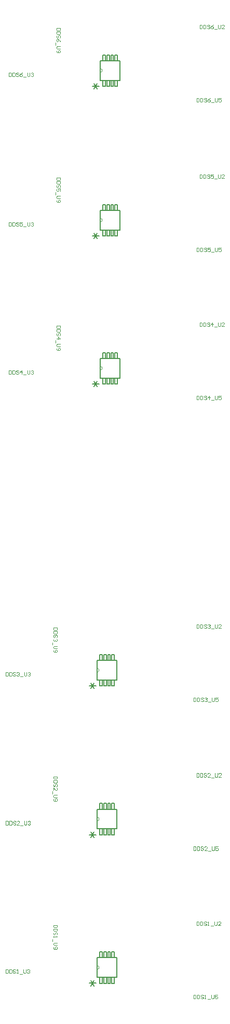
<source format=gm1>
G04 Layer_Color=16711935*
%FSLAX43Y43*%
%MOMM*%
G71*
G01*
G75*
%ADD62C,0.000*%
%ADD65C,0.152*%
%ADD67C,0.198*%
%ADD98C,0.100*%
D62*
X55677Y188987D02*
G03*
X55677Y189597I0J305D01*
G01*
X55169Y42810D02*
G03*
X55169Y43420I0J305D01*
G01*
X55169Y67005D02*
G03*
X55169Y67615I0J305D01*
G01*
Y91262D02*
G03*
X55169Y91872I0J305D01*
G01*
X55677Y140473D02*
G03*
X55677Y141083I0J305D01*
G01*
Y164603D02*
G03*
X55677Y165213I0J305D01*
G01*
D65*
Y187692D02*
X58877D01*
X55677D02*
Y188987D01*
Y189597D01*
Y190892D01*
X58877D01*
Y187692D02*
Y190892D01*
X56109D02*
Y191857D01*
X56490D01*
Y190892D02*
Y191857D01*
X56109Y190892D02*
X56490D01*
X56769D02*
Y191857D01*
X57150D01*
Y190892D02*
Y191857D01*
X56769Y190892D02*
X57150D01*
X57404D02*
Y191857D01*
X57785D01*
Y190892D02*
Y191857D01*
X57404Y190892D02*
X57785D01*
X58064D02*
Y191857D01*
X58445D01*
Y190892D02*
Y191857D01*
X58064Y190892D02*
X58445D01*
Y186727D02*
Y187692D01*
X58064Y186727D02*
X58445D01*
X58064D02*
Y187692D01*
X58445D01*
X57785Y186727D02*
Y187692D01*
X57404Y186727D02*
X57785D01*
X57404D02*
Y187692D01*
X57785D01*
X57150Y186727D02*
Y187692D01*
X56769Y186727D02*
X57150D01*
X56769D02*
Y187692D01*
X57150D01*
X56490Y186727D02*
Y187692D01*
X56109Y186727D02*
X56490D01*
X56109D02*
Y187692D01*
X56490D01*
X55169Y41515D02*
X58369D01*
X55169D02*
Y42810D01*
Y43420D01*
Y44715D01*
X58369D01*
Y41515D02*
Y44715D01*
X55601D02*
Y45680D01*
X55982D01*
Y44715D02*
Y45680D01*
X55601Y44715D02*
X55982D01*
X56261D02*
Y45680D01*
X56642D01*
Y44715D02*
Y45680D01*
X56261Y44715D02*
X56642D01*
X56896D02*
Y45680D01*
X57277D01*
Y44715D02*
Y45680D01*
X56896Y44715D02*
X57277D01*
X57556D02*
Y45680D01*
X57937D01*
Y44715D02*
Y45680D01*
X57556Y44715D02*
X57937D01*
Y40550D02*
Y41515D01*
X57556Y40550D02*
X57937D01*
X57556D02*
Y41515D01*
X57937D01*
X57277Y40550D02*
Y41515D01*
X56896Y40550D02*
X57277D01*
X56896D02*
Y41515D01*
X57277D01*
X56642Y40550D02*
Y41515D01*
X56261Y40550D02*
X56642D01*
X56261D02*
Y41515D01*
X56642D01*
X55982Y40550D02*
Y41515D01*
X55601Y40550D02*
X55982D01*
X55601D02*
Y41515D01*
X55982D01*
X55169Y65710D02*
X58369D01*
X55169D02*
Y67005D01*
Y67615D01*
Y68910D01*
X58369D01*
Y65710D02*
Y68910D01*
X55601D02*
Y69875D01*
X55982D01*
Y68910D02*
Y69875D01*
X55601Y68910D02*
X55982D01*
X56261D02*
Y69875D01*
X56642D01*
Y68910D02*
Y69875D01*
X56261Y68910D02*
X56642D01*
X56896D02*
Y69875D01*
X57277D01*
Y68910D02*
Y69875D01*
X56896Y68910D02*
X57277D01*
X57556D02*
Y69875D01*
X57937D01*
Y68910D02*
Y69875D01*
X57556Y68910D02*
X57937D01*
Y64745D02*
Y65710D01*
X57556Y64745D02*
X57937D01*
X57556D02*
Y65710D01*
X57937D01*
X57277Y64745D02*
Y65710D01*
X56896Y64745D02*
X57277D01*
X56896D02*
Y65710D01*
X57277D01*
X56642Y64745D02*
Y65710D01*
X56261Y64745D02*
X56642D01*
X56261D02*
Y65710D01*
X56642D01*
X55982Y64745D02*
Y65710D01*
X55601Y64745D02*
X55982D01*
X55601D02*
Y65710D01*
X55982D01*
X55169Y89967D02*
X58369D01*
X55169D02*
Y91262D01*
Y91872D01*
Y93167D01*
X58369D01*
Y89967D02*
Y93167D01*
X55601D02*
Y94132D01*
X55982D01*
Y93167D02*
Y94132D01*
X55601Y93167D02*
X55982D01*
X56261D02*
Y94132D01*
X56642D01*
Y93167D02*
Y94132D01*
X56261Y93167D02*
X56642D01*
X56896D02*
Y94132D01*
X57277D01*
Y93167D02*
Y94132D01*
X56896Y93167D02*
X57277D01*
X57556D02*
Y94132D01*
X57937D01*
Y93167D02*
Y94132D01*
X57556Y93167D02*
X57937D01*
Y89002D02*
Y89967D01*
X57556Y89002D02*
X57937D01*
X57556D02*
Y89967D01*
X57937D01*
X57277Y89002D02*
Y89967D01*
X56896Y89002D02*
X57277D01*
X56896D02*
Y89967D01*
X57277D01*
X56642Y89002D02*
Y89967D01*
X56261Y89002D02*
X56642D01*
X56261D02*
Y89967D01*
X56642D01*
X55982Y89002D02*
Y89967D01*
X55601Y89002D02*
X55982D01*
X55601D02*
Y89967D01*
X55982D01*
X55677Y139178D02*
X58877D01*
X55677D02*
Y140473D01*
Y141083D01*
Y142378D01*
X58877D01*
Y139178D02*
Y142378D01*
X56109D02*
Y143343D01*
X56490D01*
Y142378D02*
Y143343D01*
X56109Y142378D02*
X56490D01*
X56769D02*
Y143343D01*
X57150D01*
Y142378D02*
Y143343D01*
X56769Y142378D02*
X57150D01*
X57404D02*
Y143343D01*
X57785D01*
Y142378D02*
Y143343D01*
X57404Y142378D02*
X57785D01*
X58064D02*
Y143343D01*
X58445D01*
Y142378D02*
Y143343D01*
X58064Y142378D02*
X58445D01*
Y138213D02*
Y139178D01*
X58064Y138213D02*
X58445D01*
X58064D02*
Y139178D01*
X58445D01*
X57785Y138213D02*
Y139178D01*
X57404Y138213D02*
X57785D01*
X57404D02*
Y139178D01*
X57785D01*
X57150Y138213D02*
Y139178D01*
X56769Y138213D02*
X57150D01*
X56769D02*
Y139178D01*
X57150D01*
X56490Y138213D02*
Y139178D01*
X56109Y138213D02*
X56490D01*
X56109D02*
Y139178D01*
X56490D01*
X55677Y163308D02*
X58877D01*
X55677D02*
Y164603D01*
Y165213D01*
Y166508D01*
X58877D01*
Y163308D02*
Y166508D01*
X56109D02*
Y167473D01*
X56490D01*
Y166508D02*
Y167473D01*
X56109Y166508D02*
X56490D01*
X56769D02*
Y167473D01*
X57150D01*
Y166508D02*
Y167473D01*
X56769Y166508D02*
X57150D01*
X57404D02*
Y167473D01*
X57785D01*
Y166508D02*
Y167473D01*
X57404Y166508D02*
X57785D01*
X58064D02*
Y167473D01*
X58445D01*
Y166508D02*
Y167473D01*
X58064Y166508D02*
X58445D01*
Y162343D02*
Y163308D01*
X58064Y162343D02*
X58445D01*
X58064D02*
Y163308D01*
X58445D01*
X57785Y162343D02*
Y163308D01*
X57404Y162343D02*
X57785D01*
X57404D02*
Y163308D01*
X57785D01*
X57150Y162343D02*
Y163308D01*
X56769Y162343D02*
X57150D01*
X56769D02*
Y163308D01*
X57150D01*
X56490Y162343D02*
Y163308D01*
X56109Y162343D02*
X56490D01*
X56109D02*
Y163308D01*
X56490D01*
D67*
X54381Y186737D02*
X55452D01*
X54648Y186291D02*
X55184Y187183D01*
X54648D02*
X55184Y186291D01*
X53873Y40560D02*
X54944D01*
X54140Y40114D02*
X54676Y41006D01*
X54140D02*
X54676Y40114D01*
X53873Y64755D02*
X54944D01*
X54140Y64309D02*
X54676Y65201D01*
X54140D02*
X54676Y64309D01*
X53873Y89012D02*
X54944D01*
X54140Y88566D02*
X54676Y89458D01*
X54140D02*
X54676Y88566D01*
X54381Y138223D02*
X55452D01*
X54648Y137777D02*
X55184Y138669D01*
X54648D02*
X55184Y137777D01*
X54381Y162353D02*
X55452D01*
X54648Y161907D02*
X55184Y162799D01*
X54648D02*
X55184Y161907D01*
D98*
X71374Y184812D02*
Y184212D01*
X71674D01*
X71774Y184312D01*
Y184712D01*
X71674Y184812D01*
X71374D01*
X71974D02*
Y184212D01*
X72274D01*
X72374Y184312D01*
Y184712D01*
X72274Y184812D01*
X71974D01*
X72973Y184712D02*
X72874Y184812D01*
X72674D01*
X72574Y184712D01*
Y184612D01*
X72674Y184512D01*
X72874D01*
X72973Y184412D01*
Y184312D01*
X72874Y184212D01*
X72674D01*
X72574Y184312D01*
X73573Y184812D02*
X73373Y184712D01*
X73173Y184512D01*
Y184312D01*
X73273Y184212D01*
X73473D01*
X73573Y184312D01*
Y184412D01*
X73473Y184512D01*
X73173D01*
X73773Y184112D02*
X74173D01*
X74373Y184812D02*
Y184312D01*
X74473Y184212D01*
X74673D01*
X74773Y184312D01*
Y184812D01*
X75373D02*
X74973D01*
Y184512D01*
X75173Y184612D01*
X75273D01*
X75373Y184512D01*
Y184312D01*
X75273Y184212D01*
X75073D01*
X74973Y184312D01*
X40767Y188957D02*
Y188357D01*
X41067D01*
X41167Y188457D01*
Y188857D01*
X41067Y188957D01*
X40767D01*
X41367D02*
Y188357D01*
X41667D01*
X41767Y188457D01*
Y188857D01*
X41667Y188957D01*
X41367D01*
X42366Y188857D02*
X42267Y188957D01*
X42067D01*
X41967Y188857D01*
Y188757D01*
X42067Y188657D01*
X42267D01*
X42366Y188557D01*
Y188457D01*
X42267Y188357D01*
X42067D01*
X41967Y188457D01*
X42966Y188957D02*
X42766Y188857D01*
X42566Y188657D01*
Y188457D01*
X42666Y188357D01*
X42866D01*
X42966Y188457D01*
Y188557D01*
X42866Y188657D01*
X42566D01*
X43166Y188257D02*
X43566D01*
X43766Y188957D02*
Y188457D01*
X43866Y188357D01*
X44066D01*
X44166Y188457D01*
Y188957D01*
X44366Y188857D02*
X44466Y188957D01*
X44666D01*
X44766Y188857D01*
Y188757D01*
X44666Y188657D01*
X44566D01*
X44666D01*
X44766Y188557D01*
Y188457D01*
X44666Y188357D01*
X44466D01*
X44366Y188457D01*
X71882Y196750D02*
Y196150D01*
X72182D01*
X72282Y196250D01*
Y196650D01*
X72182Y196750D01*
X71882D01*
X72482D02*
Y196150D01*
X72782D01*
X72882Y196250D01*
Y196650D01*
X72782Y196750D01*
X72482D01*
X73481Y196650D02*
X73382Y196750D01*
X73182D01*
X73082Y196650D01*
Y196550D01*
X73182Y196450D01*
X73382D01*
X73481Y196350D01*
Y196250D01*
X73382Y196150D01*
X73182D01*
X73082Y196250D01*
X74081Y196750D02*
X73881Y196650D01*
X73681Y196450D01*
Y196250D01*
X73781Y196150D01*
X73981D01*
X74081Y196250D01*
Y196350D01*
X73981Y196450D01*
X73681D01*
X74281Y196050D02*
X74681D01*
X74881Y196750D02*
Y196250D01*
X74981Y196150D01*
X75181D01*
X75281Y196250D01*
Y196750D01*
X75881Y196150D02*
X75481D01*
X75881Y196550D01*
Y196650D01*
X75781Y196750D01*
X75581D01*
X75481Y196650D01*
X70866Y38635D02*
Y38035D01*
X71166D01*
X71266Y38135D01*
Y38535D01*
X71166Y38635D01*
X70866D01*
X71466D02*
Y38035D01*
X71766D01*
X71866Y38135D01*
Y38535D01*
X71766Y38635D01*
X71466D01*
X72465Y38535D02*
X72366Y38635D01*
X72166D01*
X72066Y38535D01*
Y38435D01*
X72166Y38335D01*
X72366D01*
X72465Y38235D01*
Y38135D01*
X72366Y38035D01*
X72166D01*
X72066Y38135D01*
X72665Y38035D02*
X72865D01*
X72765D01*
Y38635D01*
X72665Y38535D01*
X73165Y37935D02*
X73565D01*
X73765Y38635D02*
Y38135D01*
X73865Y38035D01*
X74065D01*
X74165Y38135D01*
Y38635D01*
X74765D02*
X74365D01*
Y38335D01*
X74565Y38435D01*
X74665D01*
X74765Y38335D01*
Y38135D01*
X74665Y38035D01*
X74465D01*
X74365Y38135D01*
X40259Y42780D02*
Y42180D01*
X40559D01*
X40659Y42280D01*
Y42680D01*
X40559Y42780D01*
X40259D01*
X40859D02*
Y42180D01*
X41159D01*
X41259Y42280D01*
Y42680D01*
X41159Y42780D01*
X40859D01*
X41858Y42680D02*
X41759Y42780D01*
X41559D01*
X41459Y42680D01*
Y42580D01*
X41559Y42480D01*
X41759D01*
X41858Y42380D01*
Y42280D01*
X41759Y42180D01*
X41559D01*
X41459Y42280D01*
X42058Y42180D02*
X42258D01*
X42158D01*
Y42780D01*
X42058Y42680D01*
X42558Y42080D02*
X42958D01*
X43158Y42780D02*
Y42280D01*
X43258Y42180D01*
X43458D01*
X43558Y42280D01*
Y42780D01*
X43758Y42680D02*
X43858Y42780D01*
X44058D01*
X44158Y42680D01*
Y42580D01*
X44058Y42480D01*
X43958D01*
X44058D01*
X44158Y42380D01*
Y42280D01*
X44058Y42180D01*
X43858D01*
X43758Y42280D01*
X71374Y50573D02*
Y49973D01*
X71674D01*
X71774Y50073D01*
Y50473D01*
X71674Y50573D01*
X71374D01*
X71974D02*
Y49973D01*
X72274D01*
X72374Y50073D01*
Y50473D01*
X72274Y50573D01*
X71974D01*
X72973Y50473D02*
X72874Y50573D01*
X72674D01*
X72574Y50473D01*
Y50373D01*
X72674Y50273D01*
X72874D01*
X72973Y50173D01*
Y50073D01*
X72874Y49973D01*
X72674D01*
X72574Y50073D01*
X73173Y49973D02*
X73373D01*
X73273D01*
Y50573D01*
X73173Y50473D01*
X73673Y49873D02*
X74073D01*
X74273Y50573D02*
Y50073D01*
X74373Y49973D01*
X74573D01*
X74673Y50073D01*
Y50573D01*
X75273Y49973D02*
X74873D01*
X75273Y50373D01*
Y50473D01*
X75173Y50573D01*
X74973D01*
X74873Y50473D01*
X70866Y62830D02*
Y62230D01*
X71166D01*
X71266Y62330D01*
Y62730D01*
X71166Y62830D01*
X70866D01*
X71466D02*
Y62230D01*
X71766D01*
X71866Y62330D01*
Y62730D01*
X71766Y62830D01*
X71466D01*
X72465Y62730D02*
X72366Y62830D01*
X72166D01*
X72066Y62730D01*
Y62630D01*
X72166Y62530D01*
X72366D01*
X72465Y62430D01*
Y62330D01*
X72366Y62230D01*
X72166D01*
X72066Y62330D01*
X73065Y62230D02*
X72665D01*
X73065Y62630D01*
Y62730D01*
X72965Y62830D01*
X72765D01*
X72665Y62730D01*
X73265Y62130D02*
X73665D01*
X73865Y62830D02*
Y62330D01*
X73965Y62230D01*
X74165D01*
X74265Y62330D01*
Y62830D01*
X74865D02*
X74465D01*
Y62530D01*
X74665Y62630D01*
X74765D01*
X74865Y62530D01*
Y62330D01*
X74765Y62230D01*
X74565D01*
X74465Y62330D01*
X40259Y66975D02*
Y66375D01*
X40559D01*
X40659Y66475D01*
Y66875D01*
X40559Y66975D01*
X40259D01*
X40859D02*
Y66375D01*
X41159D01*
X41259Y66475D01*
Y66875D01*
X41159Y66975D01*
X40859D01*
X41858Y66875D02*
X41759Y66975D01*
X41559D01*
X41459Y66875D01*
Y66775D01*
X41559Y66675D01*
X41759D01*
X41858Y66575D01*
Y66475D01*
X41759Y66375D01*
X41559D01*
X41459Y66475D01*
X42458Y66375D02*
X42058D01*
X42458Y66775D01*
Y66875D01*
X42358Y66975D01*
X42158D01*
X42058Y66875D01*
X42658Y66275D02*
X43058D01*
X43258Y66975D02*
Y66475D01*
X43358Y66375D01*
X43558D01*
X43658Y66475D01*
Y66975D01*
X43858Y66875D02*
X43958Y66975D01*
X44158D01*
X44258Y66875D01*
Y66775D01*
X44158Y66675D01*
X44058D01*
X44158D01*
X44258Y66575D01*
Y66475D01*
X44158Y66375D01*
X43958D01*
X43858Y66475D01*
X71374Y74768D02*
Y74168D01*
X71674D01*
X71774Y74268D01*
Y74668D01*
X71674Y74768D01*
X71374D01*
X71974D02*
Y74168D01*
X72274D01*
X72374Y74268D01*
Y74668D01*
X72274Y74768D01*
X71974D01*
X72973Y74668D02*
X72874Y74768D01*
X72674D01*
X72574Y74668D01*
Y74568D01*
X72674Y74468D01*
X72874D01*
X72973Y74368D01*
Y74268D01*
X72874Y74168D01*
X72674D01*
X72574Y74268D01*
X73573Y74168D02*
X73173D01*
X73573Y74568D01*
Y74668D01*
X73473Y74768D01*
X73273D01*
X73173Y74668D01*
X73773Y74068D02*
X74173D01*
X74373Y74768D02*
Y74268D01*
X74473Y74168D01*
X74673D01*
X74773Y74268D01*
Y74768D01*
X75373Y74168D02*
X74973D01*
X75373Y74568D01*
Y74668D01*
X75273Y74768D01*
X75073D01*
X74973Y74668D01*
X70866Y87087D02*
Y86487D01*
X71166D01*
X71266Y86587D01*
Y86987D01*
X71166Y87087D01*
X70866D01*
X71466D02*
Y86487D01*
X71766D01*
X71866Y86587D01*
Y86987D01*
X71766Y87087D01*
X71466D01*
X72465Y86987D02*
X72366Y87087D01*
X72166D01*
X72066Y86987D01*
Y86887D01*
X72166Y86787D01*
X72366D01*
X72465Y86687D01*
Y86587D01*
X72366Y86487D01*
X72166D01*
X72066Y86587D01*
X72665Y86987D02*
X72765Y87087D01*
X72965D01*
X73065Y86987D01*
Y86887D01*
X72965Y86787D01*
X72865D01*
X72965D01*
X73065Y86687D01*
Y86587D01*
X72965Y86487D01*
X72765D01*
X72665Y86587D01*
X73265Y86387D02*
X73665D01*
X73865Y87087D02*
Y86587D01*
X73965Y86487D01*
X74165D01*
X74265Y86587D01*
Y87087D01*
X74865D02*
X74465D01*
Y86787D01*
X74665Y86887D01*
X74765D01*
X74865Y86787D01*
Y86587D01*
X74765Y86487D01*
X74565D01*
X74465Y86587D01*
X40259Y91232D02*
Y90632D01*
X40559D01*
X40659Y90732D01*
Y91132D01*
X40559Y91232D01*
X40259D01*
X40859D02*
Y90632D01*
X41159D01*
X41259Y90732D01*
Y91132D01*
X41159Y91232D01*
X40859D01*
X41858Y91132D02*
X41759Y91232D01*
X41559D01*
X41459Y91132D01*
Y91032D01*
X41559Y90932D01*
X41759D01*
X41858Y90832D01*
Y90732D01*
X41759Y90632D01*
X41559D01*
X41459Y90732D01*
X42058Y91132D02*
X42158Y91232D01*
X42358D01*
X42458Y91132D01*
Y91032D01*
X42358Y90932D01*
X42258D01*
X42358D01*
X42458Y90832D01*
Y90732D01*
X42358Y90632D01*
X42158D01*
X42058Y90732D01*
X42658Y90532D02*
X43058D01*
X43258Y91232D02*
Y90732D01*
X43358Y90632D01*
X43558D01*
X43658Y90732D01*
Y91232D01*
X43858Y91132D02*
X43958Y91232D01*
X44158D01*
X44258Y91132D01*
Y91032D01*
X44158Y90932D01*
X44058D01*
X44158D01*
X44258Y90832D01*
Y90732D01*
X44158Y90632D01*
X43958D01*
X43858Y90732D01*
X71374Y99025D02*
Y98425D01*
X71674D01*
X71774Y98525D01*
Y98925D01*
X71674Y99025D01*
X71374D01*
X71974D02*
Y98425D01*
X72274D01*
X72374Y98525D01*
Y98925D01*
X72274Y99025D01*
X71974D01*
X72973Y98925D02*
X72874Y99025D01*
X72674D01*
X72574Y98925D01*
Y98825D01*
X72674Y98725D01*
X72874D01*
X72973Y98625D01*
Y98525D01*
X72874Y98425D01*
X72674D01*
X72574Y98525D01*
X73173Y98925D02*
X73273Y99025D01*
X73473D01*
X73573Y98925D01*
Y98825D01*
X73473Y98725D01*
X73373D01*
X73473D01*
X73573Y98625D01*
Y98525D01*
X73473Y98425D01*
X73273D01*
X73173Y98525D01*
X73773Y98325D02*
X74173D01*
X74373Y99025D02*
Y98525D01*
X74473Y98425D01*
X74673D01*
X74773Y98525D01*
Y99025D01*
X75373Y98425D02*
X74973D01*
X75373Y98825D01*
Y98925D01*
X75273Y99025D01*
X75073D01*
X74973Y98925D01*
X71374Y136298D02*
Y135698D01*
X71674D01*
X71774Y135798D01*
Y136198D01*
X71674Y136298D01*
X71374D01*
X71974D02*
Y135698D01*
X72274D01*
X72374Y135798D01*
Y136198D01*
X72274Y136298D01*
X71974D01*
X72973Y136198D02*
X72874Y136298D01*
X72674D01*
X72574Y136198D01*
Y136098D01*
X72674Y135998D01*
X72874D01*
X72973Y135898D01*
Y135798D01*
X72874Y135698D01*
X72674D01*
X72574Y135798D01*
X73473Y135698D02*
Y136298D01*
X73173Y135998D01*
X73573D01*
X73773Y135598D02*
X74173D01*
X74373Y136298D02*
Y135798D01*
X74473Y135698D01*
X74673D01*
X74773Y135798D01*
Y136298D01*
X75373D02*
X74973D01*
Y135998D01*
X75173Y136098D01*
X75273D01*
X75373Y135998D01*
Y135798D01*
X75273Y135698D01*
X75073D01*
X74973Y135798D01*
X40767Y140443D02*
Y139843D01*
X41067D01*
X41167Y139943D01*
Y140343D01*
X41067Y140443D01*
X40767D01*
X41367D02*
Y139843D01*
X41667D01*
X41767Y139943D01*
Y140343D01*
X41667Y140443D01*
X41367D01*
X42366Y140343D02*
X42267Y140443D01*
X42067D01*
X41967Y140343D01*
Y140243D01*
X42067Y140143D01*
X42267D01*
X42366Y140043D01*
Y139943D01*
X42267Y139843D01*
X42067D01*
X41967Y139943D01*
X42866Y139843D02*
Y140443D01*
X42566Y140143D01*
X42966D01*
X43166Y139743D02*
X43566D01*
X43766Y140443D02*
Y139943D01*
X43866Y139843D01*
X44066D01*
X44166Y139943D01*
Y140443D01*
X44366Y140343D02*
X44466Y140443D01*
X44666D01*
X44766Y140343D01*
Y140243D01*
X44666Y140143D01*
X44566D01*
X44666D01*
X44766Y140043D01*
Y139943D01*
X44666Y139843D01*
X44466D01*
X44366Y139943D01*
X71882Y148236D02*
Y147636D01*
X72182D01*
X72282Y147736D01*
Y148136D01*
X72182Y148236D01*
X71882D01*
X72482D02*
Y147636D01*
X72782D01*
X72882Y147736D01*
Y148136D01*
X72782Y148236D01*
X72482D01*
X73481Y148136D02*
X73382Y148236D01*
X73182D01*
X73082Y148136D01*
Y148036D01*
X73182Y147936D01*
X73382D01*
X73481Y147836D01*
Y147736D01*
X73382Y147636D01*
X73182D01*
X73082Y147736D01*
X73981Y147636D02*
Y148236D01*
X73681Y147936D01*
X74081D01*
X74281Y147536D02*
X74681D01*
X74881Y148236D02*
Y147736D01*
X74981Y147636D01*
X75181D01*
X75281Y147736D01*
Y148236D01*
X75881Y147636D02*
X75481D01*
X75881Y148036D01*
Y148136D01*
X75781Y148236D01*
X75581D01*
X75481Y148136D01*
X71374Y160428D02*
Y159828D01*
X71674D01*
X71774Y159928D01*
Y160328D01*
X71674Y160428D01*
X71374D01*
X71974D02*
Y159828D01*
X72274D01*
X72374Y159928D01*
Y160328D01*
X72274Y160428D01*
X71974D01*
X72973Y160328D02*
X72874Y160428D01*
X72674D01*
X72574Y160328D01*
Y160228D01*
X72674Y160128D01*
X72874D01*
X72973Y160028D01*
Y159928D01*
X72874Y159828D01*
X72674D01*
X72574Y159928D01*
X73573Y160428D02*
X73173D01*
Y160128D01*
X73373Y160228D01*
X73473D01*
X73573Y160128D01*
Y159928D01*
X73473Y159828D01*
X73273D01*
X73173Y159928D01*
X73773Y159728D02*
X74173D01*
X74373Y160428D02*
Y159928D01*
X74473Y159828D01*
X74673D01*
X74773Y159928D01*
Y160428D01*
X75373D02*
X74973D01*
Y160128D01*
X75173Y160228D01*
X75273D01*
X75373Y160128D01*
Y159928D01*
X75273Y159828D01*
X75073D01*
X74973Y159928D01*
X40767Y164573D02*
Y163973D01*
X41067D01*
X41167Y164073D01*
Y164473D01*
X41067Y164573D01*
X40767D01*
X41367D02*
Y163973D01*
X41667D01*
X41767Y164073D01*
Y164473D01*
X41667Y164573D01*
X41367D01*
X42366Y164473D02*
X42267Y164573D01*
X42067D01*
X41967Y164473D01*
Y164373D01*
X42067Y164273D01*
X42267D01*
X42366Y164173D01*
Y164073D01*
X42267Y163973D01*
X42067D01*
X41967Y164073D01*
X42966Y164573D02*
X42566D01*
Y164273D01*
X42766Y164373D01*
X42866D01*
X42966Y164273D01*
Y164073D01*
X42866Y163973D01*
X42666D01*
X42566Y164073D01*
X43166Y163873D02*
X43566D01*
X43766Y164573D02*
Y164073D01*
X43866Y163973D01*
X44066D01*
X44166Y164073D01*
Y164573D01*
X44366Y164473D02*
X44466Y164573D01*
X44666D01*
X44766Y164473D01*
Y164373D01*
X44666Y164273D01*
X44566D01*
X44666D01*
X44766Y164173D01*
Y164073D01*
X44666Y163973D01*
X44466D01*
X44366Y164073D01*
X71882Y172366D02*
Y171766D01*
X72182D01*
X72282Y171866D01*
Y172266D01*
X72182Y172366D01*
X71882D01*
X72482D02*
Y171766D01*
X72782D01*
X72882Y171866D01*
Y172266D01*
X72782Y172366D01*
X72482D01*
X73481Y172266D02*
X73382Y172366D01*
X73182D01*
X73082Y172266D01*
Y172166D01*
X73182Y172066D01*
X73382D01*
X73481Y171966D01*
Y171866D01*
X73382Y171766D01*
X73182D01*
X73082Y171866D01*
X74081Y172366D02*
X73681D01*
Y172066D01*
X73881Y172166D01*
X73981D01*
X74081Y172066D01*
Y171866D01*
X73981Y171766D01*
X73781D01*
X73681Y171866D01*
X74281Y171666D02*
X74681D01*
X74881Y172366D02*
Y171866D01*
X74981Y171766D01*
X75181D01*
X75281Y171866D01*
Y172366D01*
X75881Y171766D02*
X75481D01*
X75881Y172166D01*
Y172266D01*
X75781Y172366D01*
X75581D01*
X75481Y172266D01*
X48606Y74233D02*
X48006D01*
Y73933D01*
X48106Y73833D01*
X48506D01*
X48606Y73933D01*
Y74233D01*
Y73633D02*
X48006D01*
Y73333D01*
X48106Y73233D01*
X48506D01*
X48606Y73333D01*
Y73633D01*
X48506Y72634D02*
X48606Y72733D01*
Y72933D01*
X48506Y73033D01*
X48406D01*
X48306Y72933D01*
Y72733D01*
X48206Y72634D01*
X48106D01*
X48006Y72733D01*
Y72933D01*
X48106Y73033D01*
X48006Y72034D02*
Y72434D01*
X48406Y72034D01*
X48506D01*
X48606Y72134D01*
Y72334D01*
X48506Y72434D01*
X47906Y71834D02*
Y71434D01*
X48606Y71234D02*
X48106D01*
X48006Y71134D01*
Y70934D01*
X48106Y70834D01*
X48606D01*
X48106Y70634D02*
X48006Y70534D01*
Y70334D01*
X48106Y70234D01*
X48506D01*
X48606Y70334D01*
Y70534D01*
X48506Y70634D01*
X48406D01*
X48306Y70534D01*
Y70234D01*
X48606Y98490D02*
X48006D01*
Y98190D01*
X48106Y98090D01*
X48506D01*
X48606Y98190D01*
Y98490D01*
Y97890D02*
X48006D01*
Y97590D01*
X48106Y97490D01*
X48506D01*
X48606Y97590D01*
Y97890D01*
X48506Y96891D02*
X48606Y96990D01*
Y97190D01*
X48506Y97290D01*
X48406D01*
X48306Y97190D01*
Y96990D01*
X48206Y96891D01*
X48106D01*
X48006Y96990D01*
Y97190D01*
X48106Y97290D01*
X48506Y96691D02*
X48606Y96591D01*
Y96391D01*
X48506Y96291D01*
X48406D01*
X48306Y96391D01*
Y96491D01*
Y96391D01*
X48206Y96291D01*
X48106D01*
X48006Y96391D01*
Y96591D01*
X48106Y96691D01*
X47906Y96091D02*
Y95691D01*
X48606Y95491D02*
X48106D01*
X48006Y95391D01*
Y95191D01*
X48106Y95091D01*
X48606D01*
X48106Y94891D02*
X48006Y94791D01*
Y94591D01*
X48106Y94491D01*
X48506D01*
X48606Y94591D01*
Y94791D01*
X48506Y94891D01*
X48406D01*
X48306Y94791D01*
Y94491D01*
X49114Y147701D02*
X48514D01*
Y147401D01*
X48614Y147301D01*
X49014D01*
X49114Y147401D01*
Y147701D01*
Y147101D02*
X48514D01*
Y146801D01*
X48614Y146701D01*
X49014D01*
X49114Y146801D01*
Y147101D01*
X49014Y146102D02*
X49114Y146201D01*
Y146401D01*
X49014Y146501D01*
X48914D01*
X48814Y146401D01*
Y146201D01*
X48714Y146102D01*
X48614D01*
X48514Y146201D01*
Y146401D01*
X48614Y146501D01*
X48514Y145602D02*
X49114D01*
X48814Y145902D01*
Y145502D01*
X48414Y145302D02*
Y144902D01*
X49114Y144702D02*
X48614D01*
X48514Y144602D01*
Y144402D01*
X48614Y144302D01*
X49114D01*
X48614Y144102D02*
X48514Y144002D01*
Y143802D01*
X48614Y143702D01*
X49014D01*
X49114Y143802D01*
Y144002D01*
X49014Y144102D01*
X48914D01*
X48814Y144002D01*
Y143702D01*
X49114Y171831D02*
X48514D01*
Y171531D01*
X48614Y171431D01*
X49014D01*
X49114Y171531D01*
Y171831D01*
Y171231D02*
X48514D01*
Y170931D01*
X48614Y170831D01*
X49014D01*
X49114Y170931D01*
Y171231D01*
X49014Y170232D02*
X49114Y170331D01*
Y170531D01*
X49014Y170631D01*
X48914D01*
X48814Y170531D01*
Y170331D01*
X48714Y170232D01*
X48614D01*
X48514Y170331D01*
Y170531D01*
X48614Y170631D01*
X49114Y169632D02*
Y170032D01*
X48814D01*
X48914Y169832D01*
Y169732D01*
X48814Y169632D01*
X48614D01*
X48514Y169732D01*
Y169932D01*
X48614Y170032D01*
X48414Y169432D02*
Y169032D01*
X49114Y168832D02*
X48614D01*
X48514Y168732D01*
Y168532D01*
X48614Y168432D01*
X49114D01*
X48614Y168232D02*
X48514Y168132D01*
Y167932D01*
X48614Y167832D01*
X49014D01*
X49114Y167932D01*
Y168132D01*
X49014Y168232D01*
X48914D01*
X48814Y168132D01*
Y167832D01*
X49114Y196215D02*
X48514D01*
Y195915D01*
X48614Y195815D01*
X49014D01*
X49114Y195915D01*
Y196215D01*
Y195615D02*
X48514D01*
Y195315D01*
X48614Y195215D01*
X49014D01*
X49114Y195315D01*
Y195615D01*
X49014Y194616D02*
X49114Y194715D01*
Y194915D01*
X49014Y195015D01*
X48914D01*
X48814Y194915D01*
Y194715D01*
X48714Y194616D01*
X48614D01*
X48514Y194715D01*
Y194915D01*
X48614Y195015D01*
X49114Y194016D02*
X49014Y194216D01*
X48814Y194416D01*
X48614D01*
X48514Y194316D01*
Y194116D01*
X48614Y194016D01*
X48714D01*
X48814Y194116D01*
Y194416D01*
X48414Y193816D02*
Y193416D01*
X49114Y193216D02*
X48614D01*
X48514Y193116D01*
Y192916D01*
X48614Y192816D01*
X49114D01*
X48614Y192616D02*
X48514Y192516D01*
Y192316D01*
X48614Y192216D01*
X49014D01*
X49114Y192316D01*
Y192516D01*
X49014Y192616D01*
X48914D01*
X48814Y192516D01*
Y192216D01*
X48606Y50038D02*
X48006D01*
Y49738D01*
X48106Y49638D01*
X48506D01*
X48606Y49738D01*
Y50038D01*
Y49438D02*
X48006D01*
Y49138D01*
X48106Y49038D01*
X48506D01*
X48606Y49138D01*
Y49438D01*
X48506Y48439D02*
X48606Y48538D01*
Y48738D01*
X48506Y48838D01*
X48406D01*
X48306Y48738D01*
Y48538D01*
X48206Y48439D01*
X48106D01*
X48006Y48538D01*
Y48738D01*
X48106Y48838D01*
X48006Y48239D02*
Y48039D01*
Y48139D01*
X48606D01*
X48506Y48239D01*
X47906Y47739D02*
Y47339D01*
X48606Y47139D02*
X48106D01*
X48006Y47039D01*
Y46839D01*
X48106Y46739D01*
X48606D01*
X48106Y46539D02*
X48006Y46439D01*
Y46239D01*
X48106Y46139D01*
X48506D01*
X48606Y46239D01*
Y46439D01*
X48506Y46539D01*
X48406D01*
X48306Y46439D01*
Y46139D01*
M02*

</source>
